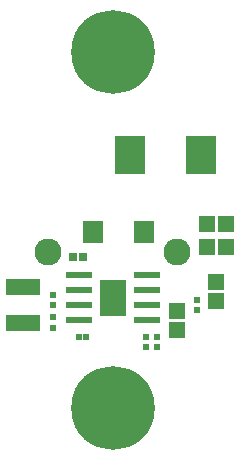
<source format=gts>
G04*
G04 #@! TF.GenerationSoftware,Altium Limited,Altium Designer,20.1.14 (287)*
G04*
G04 Layer_Color=8388736*
%FSLAX25Y25*%
%MOIN*%
G70*
G04*
G04 #@! TF.SameCoordinates,3CBCD0D0-32B7-46DE-8EB3-B5E10EB4AE05*
G04*
G04*
G04 #@! TF.FilePolarity,Negative*
G04*
G01*
G75*
%ADD24R,0.10142X0.13095*%
%ADD25R,0.06598X0.07780*%
%ADD26R,0.08764X0.02071*%
%ADD27R,0.08685X0.12110*%
%ADD28R,0.05417X0.05811*%
%ADD29R,0.11323X0.05221*%
%ADD30R,0.02465X0.02465*%
%ADD31R,0.03055X0.02740*%
%ADD32R,0.02268X0.01953*%
%ADD33R,0.02465X0.02465*%
%ADD34R,0.05811X0.05417*%
%ADD35C,0.08961*%
%ADD36C,0.27858*%
%ADD37C,0.03150*%
D24*
X81500Y102000D02*
D03*
X57878D02*
D03*
D25*
X45535Y76500D02*
D03*
X62465D02*
D03*
D26*
X63319Y62000D02*
D03*
Y57000D02*
D03*
Y47000D02*
D03*
Y52000D02*
D03*
X40681Y47000D02*
D03*
Y52000D02*
D03*
Y62000D02*
D03*
Y57000D02*
D03*
D27*
X52000Y54500D02*
D03*
D28*
X83350Y79000D02*
D03*
X89650D02*
D03*
X83350Y71500D02*
D03*
X89650D02*
D03*
D29*
X22000Y58004D02*
D03*
Y45996D02*
D03*
D30*
X32000Y55543D02*
D03*
Y52000D02*
D03*
Y48000D02*
D03*
Y44457D02*
D03*
X80000Y53772D02*
D03*
Y50228D02*
D03*
D31*
X38886Y68000D02*
D03*
X42114D02*
D03*
D32*
X43220Y41500D02*
D03*
X40780D02*
D03*
D33*
X63228D02*
D03*
X66772D02*
D03*
X63228Y38000D02*
D03*
X66772D02*
D03*
D34*
X73500Y50150D02*
D03*
Y43850D02*
D03*
X86500Y59799D02*
D03*
Y53500D02*
D03*
D35*
X73506Y69854D02*
D03*
X30494D02*
D03*
D36*
X52000Y17650D02*
D03*
Y136350D02*
D03*
D37*
X54100Y54500D02*
D03*
X49800D02*
D03*
M02*

</source>
